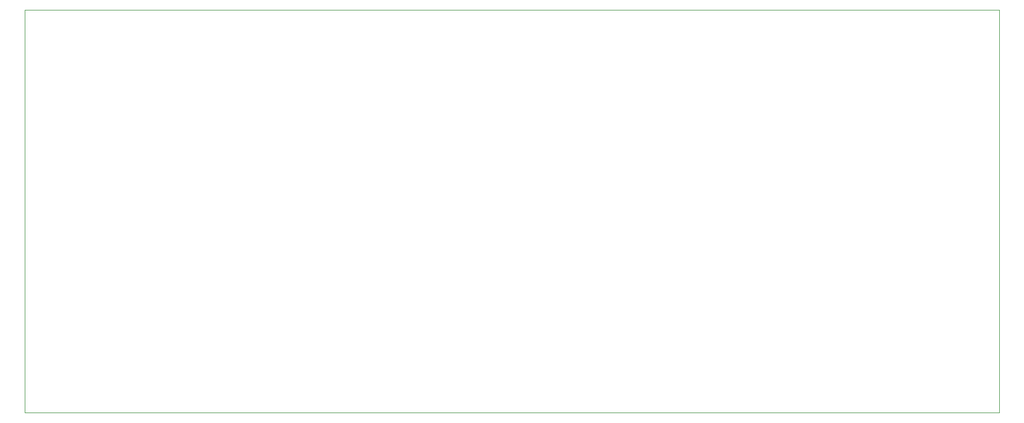
<source format=gbr>
%TF.GenerationSoftware,KiCad,Pcbnew,5.1.10-88a1d61d58~88~ubuntu20.04.1*%
%TF.CreationDate,2021-05-13T16:29:57+02:00*%
%TF.ProjectId,anna_elsa_reel_pcb,616e6e61-5f65-46c7-9361-5f7265656c5f,rev?*%
%TF.SameCoordinates,Original*%
%TF.FileFunction,Profile,NP*%
%FSLAX46Y46*%
G04 Gerber Fmt 4.6, Leading zero omitted, Abs format (unit mm)*
G04 Created by KiCad (PCBNEW 5.1.10-88a1d61d58~88~ubuntu20.04.1) date 2021-05-13 16:29:57*
%MOMM*%
%LPD*%
G01*
G04 APERTURE LIST*
%TA.AperFunction,Profile*%
%ADD10C,0.050000*%
%TD*%
G04 APERTURE END LIST*
D10*
X50000000Y-102000000D02*
X50000000Y-40000000D01*
X200000000Y-102000000D02*
X50000000Y-102000000D01*
X200000000Y-40000000D02*
X200000000Y-102000000D01*
X50000000Y-40000000D02*
X200000000Y-40000000D01*
M02*

</source>
